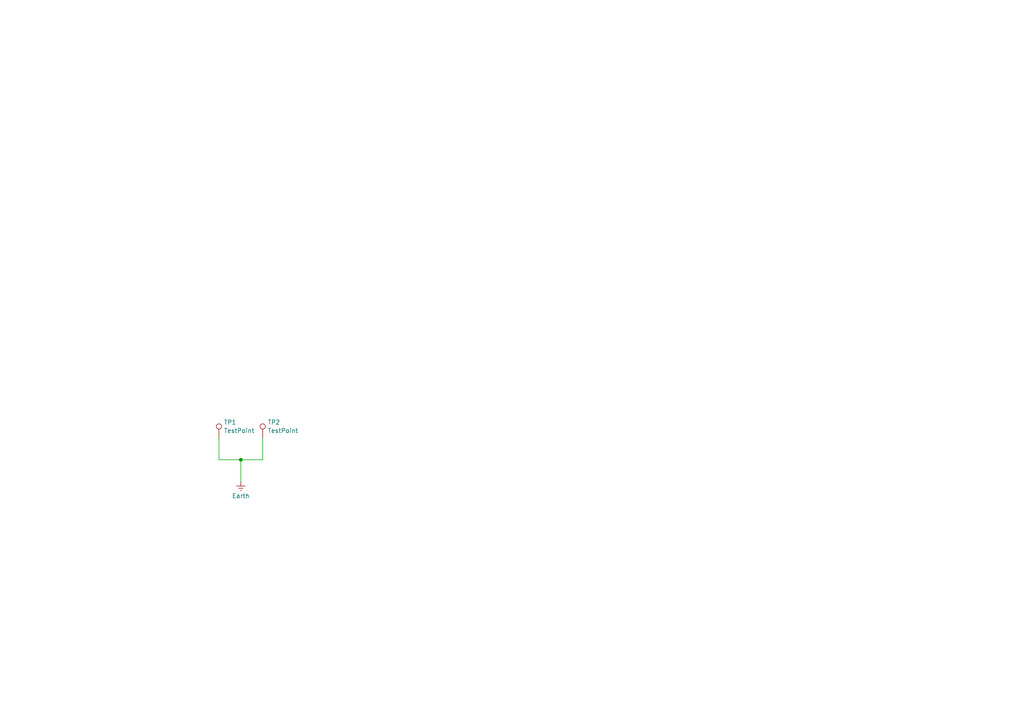
<source format=kicad_sch>
(kicad_sch (version 20231120) (generator "eeschema") (generator_version "8.0")
  (paper "A4")
  (title_block (date "2024-10-06") (rev "1.2") (comment 1 "https://github.com/saybur/scuznet") (comment 2 "https://68kmla.org/bb/index.php?threads/scsi-to-ethernet-adapter-on-new-hardware.34586/"))
  (lib_symbols
    (symbol "Connector:TestPoint" (pin_numbers hide) (pin_names (offset 0.762) hide)
      (property "Reference" "TP" (at 0 6.858 0))
      (property "Value" "TestPoint" (at 0 5.08 0))
      (symbol "TestPoint_0_1"
        (circle (center 0 3.302) (radius 0.762))
      )
      (symbol "TestPoint_1_1"
        (pin passive line (at 0 0 90) (length 2.54) (name "1") (number "1"))
      )
    )
    (symbol "power:Earth" (power) (pin_numbers hide) (pin_names (offset 0) hide)
      (property "Value" "Earth" (at 0 -3.81 0))
      (symbol "Earth_0_1"
        (polyline (pts (xy -0.635 -1.905) (xy 0.635 -1.905)))
        (polyline (pts (xy -0.127 -2.54) (xy 0.127 -2.54)))
        (polyline (pts (xy 0 -1.27) (xy 0 0)))
        (polyline (pts (xy 1.27 -1.27) (xy -1.27 -1.27)))
      )
      (symbol "Earth_1_1"
        (pin power_in line (at 0 0 270) (length 0) (name "~") (number "1"))
      )
    )
  )
  (junction (at 69.85 133.35))
  (wire (pts (xy 69.85 133.35) (xy 63.5 133.35)))
  (wire (pts (xy 63.5 133.35) (xy 63.5 127)))
  (wire (pts (xy 69.85 139.7) (xy 69.85 133.35)))
  (wire (pts (xy 69.85 133.35) (xy 76.2 133.35)))
  (wire (pts (xy 76.2 133.35) (xy 76.2 127)))
  (symbol (lib_id "Connector:TestPoint") (at 63.5 127 0) (unit 1)
    (property "Reference" "TP1" (at 64.897 122.4858 0) (effects (justify left)))
    (property "Value" "TestPoint" (at 64.897 124.9101 0) (effects (justify left)))
    (property "Footprint" "TestPoint:TestPoint_Pad_2.0x2.0mm" (effects (hide yes)))
    (property "Description" "test point" (effects (hide yes)))
  )
  (symbol (lib_id "power:Earth") (at 69.85 139.7 0) (unit 1)
    (property "Reference" "#PWR01" (effects (hide yes)))
    (property "Value" "Earth" (at 69.85 143.8331 0))
    (property "Description" "Power symbol creates a global label with name \"Earth\"" (effects (hide yes)))
  )
  (symbol (lib_id "Connector:TestPoint") (at 76.2 127 0) (unit 1)
    (property "Reference" "TP2" (at 77.597 122.4858 0) (effects (justify left)))
    (property "Value" "TestPoint" (at 77.597 124.9101 0) (effects (justify left)))
    (property "Footprint" "TestPoint:TestPoint_Pad_2.0x2.0mm" (effects (hide yes)))
    (property "Description" "test point" (effects (hide yes)))
  )
)
</source>
